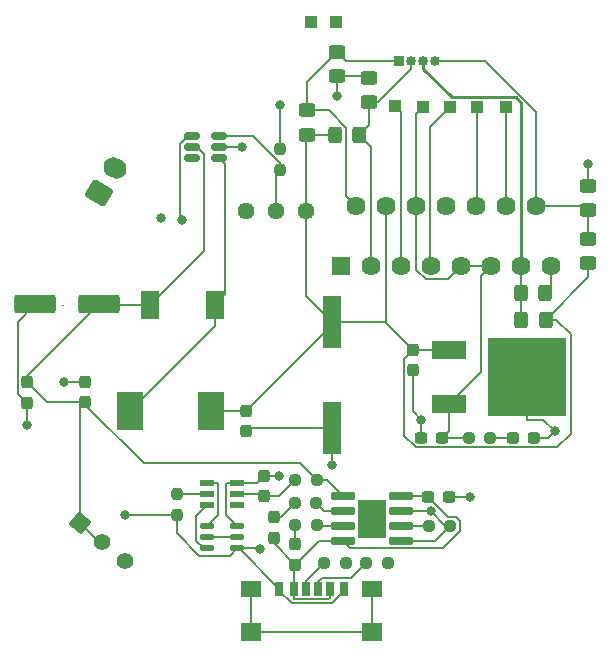
<source format=gtl>
%TF.GenerationSoftware,KiCad,Pcbnew,7.0.5-0*%
%TF.CreationDate,2024-11-24T15:49:57-05:00*%
%TF.ProjectId,PCB-diffDC,5043422d-6469-4666-9644-432e6b696361,rev?*%
%TF.SameCoordinates,Original*%
%TF.FileFunction,Copper,L1,Top*%
%TF.FilePolarity,Positive*%
%FSLAX46Y46*%
G04 Gerber Fmt 4.6, Leading zero omitted, Abs format (unit mm)*
G04 Created by KiCad (PCBNEW 7.0.5-0) date 2024-11-24 15:49:57*
%MOMM*%
%LPD*%
G01*
G04 APERTURE LIST*
G04 Aperture macros list*
%AMRoundRect*
0 Rectangle with rounded corners*
0 $1 Rounding radius*
0 $2 $3 $4 $5 $6 $7 $8 $9 X,Y pos of 4 corners*
0 Add a 4 corners polygon primitive as box body*
4,1,4,$2,$3,$4,$5,$6,$7,$8,$9,$2,$3,0*
0 Add four circle primitives for the rounded corners*
1,1,$1+$1,$2,$3*
1,1,$1+$1,$4,$5*
1,1,$1+$1,$6,$7*
1,1,$1+$1,$8,$9*
0 Add four rect primitives between the rounded corners*
20,1,$1+$1,$2,$3,$4,$5,0*
20,1,$1+$1,$4,$5,$6,$7,0*
20,1,$1+$1,$6,$7,$8,$9,0*
20,1,$1+$1,$8,$9,$2,$3,0*%
%AMHorizOval*
0 Thick line with rounded ends*
0 $1 width*
0 $2 $3 position (X,Y) of the first rounded end (center of the circle)*
0 $4 $5 position (X,Y) of the second rounded end (center of the circle)*
0 Add line between two ends*
20,1,$1,$2,$3,$4,$5,0*
0 Add two circle primitives to create the rounded ends*
1,1,$1,$2,$3*
1,1,$1,$4,$5*%
%AMRotRect*
0 Rectangle, with rotation*
0 The origin of the aperture is its center*
0 $1 length*
0 $2 width*
0 $3 Rotation angle, in degrees counterclockwise*
0 Add horizontal line*
21,1,$1,$2,0,0,$3*%
G04 Aperture macros list end*
%TA.AperFunction,SMDPad,CuDef*%
%ADD10RoundRect,0.237500X-0.237500X0.287500X-0.237500X-0.287500X0.237500X-0.287500X0.237500X0.287500X0*%
%TD*%
%TA.AperFunction,ComponentPad*%
%ADD11C,1.440000*%
%TD*%
%TA.AperFunction,SMDPad,CuDef*%
%ADD12RoundRect,0.250000X1.500000X0.550000X-1.500000X0.550000X-1.500000X-0.550000X1.500000X-0.550000X0*%
%TD*%
%TA.AperFunction,SMDPad,CuDef*%
%ADD13R,1.500000X2.400000*%
%TD*%
%TA.AperFunction,SMDPad,CuDef*%
%ADD14RoundRect,0.237500X0.287500X0.237500X-0.287500X0.237500X-0.287500X-0.237500X0.287500X-0.237500X0*%
%TD*%
%TA.AperFunction,SMDPad,CuDef*%
%ADD15RoundRect,0.150000X0.512500X0.150000X-0.512500X0.150000X-0.512500X-0.150000X0.512500X-0.150000X0*%
%TD*%
%TA.AperFunction,SMDPad,CuDef*%
%ADD16RoundRect,0.237500X-0.250000X-0.237500X0.250000X-0.237500X0.250000X0.237500X-0.250000X0.237500X0*%
%TD*%
%TA.AperFunction,SMDPad,CuDef*%
%ADD17R,1.650000X4.500000*%
%TD*%
%TA.AperFunction,SMDPad,CuDef*%
%ADD18RoundRect,0.250000X0.450000X-0.325000X0.450000X0.325000X-0.450000X0.325000X-0.450000X-0.325000X0*%
%TD*%
%TA.AperFunction,ComponentPad*%
%ADD19R,1.000000X1.000000*%
%TD*%
%TA.AperFunction,SMDPad,CuDef*%
%ADD20RoundRect,0.237500X-0.237500X0.300000X-0.237500X-0.300000X0.237500X-0.300000X0.237500X0.300000X0*%
%TD*%
%TA.AperFunction,SMDPad,CuDef*%
%ADD21R,3.000000X1.600000*%
%TD*%
%TA.AperFunction,SMDPad,CuDef*%
%ADD22R,6.700000X6.700000*%
%TD*%
%TA.AperFunction,SMDPad,CuDef*%
%ADD23RoundRect,0.237500X-0.300000X-0.237500X0.300000X-0.237500X0.300000X0.237500X-0.300000X0.237500X0*%
%TD*%
%TA.AperFunction,SMDPad,CuDef*%
%ADD24R,0.700000X1.200000*%
%TD*%
%TA.AperFunction,SMDPad,CuDef*%
%ADD25R,0.760000X1.200000*%
%TD*%
%TA.AperFunction,SMDPad,CuDef*%
%ADD26R,0.800000X1.200000*%
%TD*%
%TA.AperFunction,SMDPad,CuDef*%
%ADD27R,1.800000X1.350000*%
%TD*%
%TA.AperFunction,SMDPad,CuDef*%
%ADD28R,1.800000X1.500000*%
%TD*%
%TA.AperFunction,SMDPad,CuDef*%
%ADD29R,2.250000X3.200000*%
%TD*%
%TA.AperFunction,ComponentPad*%
%ADD30R,0.850000X0.850000*%
%TD*%
%TA.AperFunction,ComponentPad*%
%ADD31O,0.850000X0.850000*%
%TD*%
%TA.AperFunction,SMDPad,CuDef*%
%ADD32RoundRect,0.250000X-0.450000X0.325000X-0.450000X-0.325000X0.450000X-0.325000X0.450000X0.325000X0*%
%TD*%
%TA.AperFunction,SMDPad,CuDef*%
%ADD33RoundRect,0.147500X0.457500X0.147500X-0.457500X0.147500X-0.457500X-0.147500X0.457500X-0.147500X0*%
%TD*%
%TA.AperFunction,ComponentPad*%
%ADD34R,1.620000X1.620000*%
%TD*%
%TA.AperFunction,ComponentPad*%
%ADD35C,1.620000*%
%TD*%
%TA.AperFunction,ComponentPad*%
%ADD36RoundRect,0.250000X0.333853X-0.900579X0.951898X0.128022X-0.333853X0.900579X-0.951898X-0.128022X0*%
%TD*%
%TA.AperFunction,ComponentPad*%
%ADD37HorizOval,1.700000X-0.128575X0.077256X0.128575X-0.077256X0*%
%TD*%
%TA.AperFunction,SMDPad,CuDef*%
%ADD38RoundRect,0.237500X0.237500X-0.300000X0.237500X0.300000X-0.237500X0.300000X-0.237500X-0.300000X0*%
%TD*%
%TA.AperFunction,SMDPad,CuDef*%
%ADD39RoundRect,0.250000X0.325000X0.450000X-0.325000X0.450000X-0.325000X-0.450000X0.325000X-0.450000X0*%
%TD*%
%TA.AperFunction,ComponentPad*%
%ADD40RotRect,1.408000X1.408000X320.000000*%
%TD*%
%TA.AperFunction,ComponentPad*%
%ADD41C,1.408000*%
%TD*%
%TA.AperFunction,SMDPad,CuDef*%
%ADD42R,1.210000X0.590000*%
%TD*%
%TA.AperFunction,SMDPad,CuDef*%
%ADD43RoundRect,0.250000X-0.325000X-0.450000X0.325000X-0.450000X0.325000X0.450000X-0.325000X0.450000X0*%
%TD*%
%TA.AperFunction,SMDPad,CuDef*%
%ADD44RoundRect,0.237500X0.237500X-0.250000X0.237500X0.250000X-0.237500X0.250000X-0.237500X-0.250000X0*%
%TD*%
%TA.AperFunction,SMDPad,CuDef*%
%ADD45RoundRect,0.237500X0.300000X0.237500X-0.300000X0.237500X-0.300000X-0.237500X0.300000X-0.237500X0*%
%TD*%
%TA.AperFunction,SMDPad,CuDef*%
%ADD46RoundRect,0.237500X-0.237500X0.250000X-0.237500X-0.250000X0.237500X-0.250000X0.237500X0.250000X0*%
%TD*%
%TA.AperFunction,SMDPad,CuDef*%
%ADD47RoundRect,0.075000X0.910000X0.225000X-0.910000X0.225000X-0.910000X-0.225000X0.910000X-0.225000X0*%
%TD*%
%TA.AperFunction,SMDPad,CuDef*%
%ADD48R,2.413000X3.302000*%
%TD*%
%TA.AperFunction,ViaPad*%
%ADD49C,0.800000*%
%TD*%
%TA.AperFunction,Conductor*%
%ADD50C,0.200000*%
%TD*%
%TA.AperFunction,Conductor*%
%ADD51C,0.250000*%
%TD*%
%ADD52C,0.350000*%
G04 APERTURE END LIST*
D10*
%TO.P,D11,1,K*%
%TO.N,Net-(D11-K)*%
X112540000Y-81297500D03*
%TO.P,D11,2,A*%
%TO.N,Net-(D10-A)*%
X112540000Y-83047500D03*
%TD*%
%TO.P,D10,1,K*%
%TO.N,Net-(D10-K)*%
X110710000Y-79010000D03*
%TO.P,D10,2,A*%
%TO.N,Net-(D10-A)*%
X110710000Y-80760000D03*
%TD*%
D11*
%TO.P,R4,1*%
%TO.N,Boost_Out*%
X113480000Y-53100000D03*
%TO.P,R4,2*%
%TO.N,Net-(U5-FB)*%
X110940000Y-53100000D03*
%TO.P,R4,3*%
%TO.N,N/C*%
X108400000Y-53100000D03*
%TD*%
D12*
%TO.P,C4,1*%
%TO.N,Bat+*%
X95930000Y-61010000D03*
%TO.P,C4,2*%
%TO.N,GND_Arduino1*%
X90530000Y-61010000D03*
%TD*%
D13*
%TO.P,L1,1,1*%
%TO.N,Bat+*%
X100212250Y-61068500D03*
%TO.P,L1,2,2*%
%TO.N,Net-(D9-B)*%
X105712250Y-61068500D03*
%TD*%
D14*
%TO.P,D17,1,K*%
%TO.N,GND_Arduino1*%
X132725000Y-72310000D03*
%TO.P,D17,2,A*%
%TO.N,Net-(D17-A)*%
X130975000Y-72310000D03*
%TD*%
D15*
%TO.P,U5,1,SW*%
%TO.N,Net-(D9-B)*%
X106117500Y-48610000D03*
%TO.P,U5,2,GND*%
%TO.N,GND_Arduino1*%
X106117500Y-47660000D03*
%TO.P,U5,3,FB*%
%TO.N,Net-(U5-FB)*%
X106117500Y-46710000D03*
%TO.P,U5,4,EN*%
%TO.N,+5V Arduino*%
X103842500Y-46710000D03*
%TO.P,U5,5,IN*%
%TO.N,Bat+*%
X103842500Y-47660000D03*
%TO.P,U5,6,NC*%
%TO.N,unconnected-(U5-NC-Pad6)*%
X103842500Y-48610000D03*
%TD*%
D16*
%TO.P,R9,1*%
%TO.N,+5V Arduino*%
X127246250Y-72297500D03*
%TO.P,R9,2*%
%TO.N,Net-(D17-A)*%
X129071250Y-72297500D03*
%TD*%
D17*
%TO.P,C7,1*%
%TO.N,Boost_Out*%
X115678750Y-62490000D03*
%TO.P,C7,2*%
%TO.N,GND_Arduino1*%
X115678750Y-71490000D03*
%TD*%
D18*
%TO.P,D6,1,K*%
%TO.N,OUT2*%
X118818750Y-43882500D03*
%TO.P,D6,2,A*%
%TO.N,GND_Arduino1*%
X118818750Y-41832500D03*
%TD*%
%TO.P,D2,1,K*%
%TO.N,OUT4*%
X137348750Y-52992500D03*
%TO.P,D2,2,A*%
%TO.N,GND_Arduino1*%
X137348750Y-50942500D03*
%TD*%
D19*
%TO.P,J10,1,Pin_1*%
%TO.N,GND_Arduino1*%
X116030000Y-37070000D03*
%TD*%
D16*
%TO.P,R2,1*%
%TO.N,Net-(J9-CC2)*%
X118546250Y-82920000D03*
%TO.P,R2,2*%
%TO.N,GND_Arduino1*%
X120371250Y-82920000D03*
%TD*%
D20*
%TO.P,C9,1*%
%TO.N,Bat+*%
X89842250Y-67603500D03*
%TO.P,C9,2*%
%TO.N,GND_Arduino1*%
X89842250Y-69328500D03*
%TD*%
D19*
%TO.P,J6,1,Pin_1*%
%TO.N,A1*%
X125638750Y-44300000D03*
%TD*%
D16*
%TO.P,R1,1*%
%TO.N,Net-(J9-CC1)*%
X114986250Y-82890000D03*
%TO.P,R1,2*%
%TO.N,GND_Arduino1*%
X116811250Y-82890000D03*
%TD*%
D21*
%TO.P,U2,1,IN*%
%TO.N,Boost_Out*%
X125558750Y-64867500D03*
D22*
%TO.P,U2,2,GND*%
%TO.N,GND_Arduino1*%
X132208750Y-67167500D03*
D21*
%TO.P,U2,3,OUT*%
%TO.N,+5V Arduino*%
X125558750Y-69467500D03*
%TD*%
D23*
%TO.P,C8,1*%
%TO.N,Net-(D10-A)*%
X123806250Y-77290000D03*
%TO.P,C8,2*%
%TO.N,GND_Arduino1*%
X125531250Y-77290000D03*
%TD*%
D24*
%TO.P,J9,A5,CC1*%
%TO.N,Net-(J9-CC1)*%
X113442250Y-85066000D03*
D25*
%TO.P,J9,A9,VBUS*%
%TO.N,Net-(D10-A)*%
X115462250Y-85066000D03*
D26*
%TO.P,J9,A12,GND*%
%TO.N,GND_Arduino1*%
X116692250Y-85066000D03*
D24*
%TO.P,J9,B5,CC2*%
%TO.N,Net-(J9-CC2)*%
X114442250Y-85066000D03*
D25*
%TO.P,J9,B9,VBUS*%
%TO.N,Net-(D10-A)*%
X112422250Y-85066000D03*
D26*
%TO.P,J9,B12,GND*%
%TO.N,GND_Arduino1*%
X111192250Y-85066000D03*
D27*
%TO.P,J9,S1,SHIELD*%
%TO.N,unconnected-(J9-SHIELD-PadS1)*%
X108817250Y-85121000D03*
D28*
X108817250Y-88701000D03*
D27*
X119067250Y-85121000D03*
D28*
X119067250Y-88701000D03*
%TD*%
D19*
%TO.P,J3,1,Pin_1*%
%TO.N,+5V Arduino*%
X123378750Y-44270000D03*
%TD*%
D16*
%TO.P,R8,1*%
%TO.N,Net-(U4-VCC)*%
X112531250Y-75895000D03*
%TO.P,R8,2*%
%TO.N,Bat+*%
X114356250Y-75895000D03*
%TD*%
D29*
%TO.P,D9,1,A*%
%TO.N,Boost_Out*%
X105452250Y-69998500D03*
%TO.P,D9,2,B*%
%TO.N,Net-(D9-B)*%
X98552250Y-69998500D03*
%TD*%
D30*
%TO.P,J2,1,Pin_1*%
%TO.N,OUT1*%
X121367250Y-40433500D03*
D31*
%TO.P,J2,2,Pin_2*%
%TO.N,OUT2*%
X122367250Y-40433500D03*
%TO.P,J2,3,Pin_3*%
%TO.N,OUT3*%
X123367250Y-40433500D03*
%TO.P,J2,4,Pin_4*%
%TO.N,OUT4*%
X124367250Y-40433500D03*
%TD*%
D32*
%TO.P,D8,1,K*%
%TO.N,OUT1*%
X116068750Y-39657500D03*
%TO.P,D8,2,A*%
%TO.N,GND_Arduino1*%
X116068750Y-41707500D03*
%TD*%
D20*
%TO.P,C2,1*%
%TO.N,Boost_Out*%
X122518750Y-64847500D03*
%TO.P,C2,2*%
%TO.N,GND_Arduino1*%
X122518750Y-66572500D03*
%TD*%
D33*
%TO.P,Q2,1*%
%TO.N,GND_Arduino1*%
X107588750Y-81670000D03*
%TO.P,Q2,2*%
%TO.N,Net-(Q2-Pad2)*%
X107588750Y-80720000D03*
%TO.P,Q2,3*%
%TO.N,Batt-*%
X107588750Y-79770000D03*
%TO.P,Q2,4*%
%TO.N,Net-(U4-OD)*%
X105078750Y-79770000D03*
%TO.P,Q2,5*%
%TO.N,Net-(Q2-Pad2)*%
X105078750Y-80720000D03*
%TO.P,Q2,6*%
%TO.N,Net-(U4-OC)*%
X105078750Y-81670000D03*
%TD*%
D34*
%TO.P,U1,1,SENSE_A*%
%TO.N,GND_Arduino1*%
X116418750Y-57770000D03*
D35*
%TO.P,U1,2,OUT1*%
%TO.N,OUT1*%
X117688750Y-52690000D03*
%TO.P,U1,3,OUT2*%
%TO.N,OUT2*%
X118958750Y-57770000D03*
%TO.P,U1,4,Vs*%
%TO.N,Boost_Out*%
X120228750Y-52690000D03*
%TO.P,U1,5,IN1*%
%TO.N,A0*%
X121498750Y-57770000D03*
%TO.P,U1,6,EnA*%
%TO.N,+5V Arduino*%
X122768750Y-52690000D03*
%TO.P,U1,7,IN2*%
%TO.N,A1*%
X124038750Y-57770000D03*
%TO.P,U1,8,GND*%
%TO.N,GND_Arduino1*%
X125308750Y-52690000D03*
%TO.P,U1,9,Vss*%
%TO.N,+5V Arduino*%
X126578750Y-57770000D03*
%TO.P,U1,10,IN3*%
%TO.N,A2*%
X127848750Y-52690000D03*
%TO.P,U1,11,EnB*%
%TO.N,+5V Arduino*%
X129118750Y-57770000D03*
%TO.P,U1,12,IN4*%
%TO.N,A3*%
X130388750Y-52690000D03*
%TO.P,U1,13,OUT3*%
%TO.N,OUT3*%
X131658750Y-57770000D03*
%TO.P,U1,14,OUT4*%
%TO.N,OUT4*%
X132928750Y-52690000D03*
%TO.P,U1,15,SENSE_B*%
%TO.N,GND_Arduino1*%
X134198750Y-57770000D03*
%TD*%
D36*
%TO.P,J4,1,Pin_1*%
%TO.N,Batt-*%
X95964838Y-51610558D03*
D37*
%TO.P,J4,2,Pin_2*%
%TO.N,Net-(J4-Pin_2)*%
X97252433Y-49467640D03*
%TD*%
D19*
%TO.P,J11,1,Pin_1*%
%TO.N,GND_Arduino1*%
X113840000Y-37060000D03*
%TD*%
D16*
%TO.P,R_PROG1,1*%
%TO.N,Net-(U3-PROG)*%
X123861250Y-79775000D03*
%TO.P,R_PROG1,2*%
%TO.N,GND_Arduino1*%
X125686250Y-79775000D03*
%TD*%
D38*
%TO.P,C5,1*%
%TO.N,Bat+*%
X94752250Y-69267000D03*
%TO.P,C5,2*%
%TO.N,GND_Arduino1*%
X94752250Y-67542000D03*
%TD*%
D39*
%TO.P,D3,1,K*%
%TO.N,Boost_Out*%
X133741250Y-62300000D03*
%TO.P,D3,2,A*%
%TO.N,OUT3*%
X131691250Y-62300000D03*
%TD*%
D19*
%TO.P,J8,1,Pin_1*%
%TO.N,A3*%
X130368750Y-44300000D03*
%TD*%
D40*
%TO.P,SW1,1,A*%
%TO.N,Bat+*%
X94287139Y-79541531D03*
D41*
%TO.P,SW1,2,B*%
X96202250Y-81148500D03*
%TO.P,SW1,3,C*%
%TO.N,Net-(J4-Pin_2)*%
X98117361Y-82755469D03*
%TD*%
D42*
%TO.P,U4,1,OD*%
%TO.N,Net-(U4-OD)*%
X105088750Y-76090000D03*
%TO.P,U4,2,CS*%
%TO.N,Net-(U4-CS)*%
X105088750Y-77040000D03*
%TO.P,U4,3,OC*%
%TO.N,Net-(U4-OC)*%
X105088750Y-77990000D03*
%TO.P,U4,4,TD*%
%TO.N,unconnected-(U4-TD-Pad4)*%
X107598750Y-77990000D03*
%TO.P,U4,5,VCC*%
%TO.N,Net-(U4-VCC)*%
X107598750Y-77040000D03*
%TO.P,U4,6,GND*%
%TO.N,Batt-*%
X107598750Y-76090000D03*
%TD*%
D18*
%TO.P,D7,1,K*%
%TO.N,Boost_Out*%
X113558750Y-46632500D03*
%TO.P,D7,2,A*%
%TO.N,OUT1*%
X113558750Y-44582500D03*
%TD*%
D43*
%TO.P,D4,1,K*%
%TO.N,OUT3*%
X131676250Y-60080000D03*
%TO.P,D4,2,A*%
%TO.N,GND_Arduino1*%
X133726250Y-60080000D03*
%TD*%
D16*
%TO.P,R5,1*%
%TO.N,Net-(D10-K)*%
X112516250Y-77860000D03*
%TO.P,R5,2*%
%TO.N,Hold*%
X114341250Y-77860000D03*
%TD*%
D44*
%TO.P,R3,1*%
%TO.N,Net-(U5-FB)*%
X111292250Y-49643500D03*
%TO.P,R3,2*%
%TO.N,GND_Arduino1*%
X111292250Y-47818500D03*
%TD*%
D18*
%TO.P,D1,1,K*%
%TO.N,Boost_Out*%
X137348750Y-57522500D03*
%TO.P,D1,2,A*%
%TO.N,OUT4*%
X137348750Y-55472500D03*
%TD*%
D45*
%TO.P,C1,1*%
%TO.N,+5V Arduino*%
X124951250Y-72297500D03*
%TO.P,C1,2*%
%TO.N,GND_Arduino1*%
X123226250Y-72297500D03*
%TD*%
D20*
%TO.P,C6,1*%
%TO.N,Boost_Out*%
X108388750Y-70037500D03*
%TO.P,C6,2*%
%TO.N,GND_Arduino1*%
X108388750Y-71762500D03*
%TD*%
D16*
%TO.P,R6,1*%
%TO.N,Net-(D11-K)*%
X112533750Y-79650000D03*
%TO.P,R6,2*%
%TO.N,Charge*%
X114358750Y-79650000D03*
%TD*%
D46*
%TO.P,R7,1*%
%TO.N,Net-(U4-CS)*%
X102503750Y-77017500D03*
%TO.P,R7,2*%
%TO.N,GND_Arduino1*%
X102503750Y-78842500D03*
%TD*%
D19*
%TO.P,J7,1,Pin_1*%
%TO.N,A2*%
X127928750Y-44300000D03*
%TD*%
D38*
%TO.P,C10,1*%
%TO.N,Net-(U4-VCC)*%
X109858750Y-77252500D03*
%TO.P,C10,2*%
%TO.N,Batt-*%
X109858750Y-75527500D03*
%TD*%
D47*
%TO.P,U3,1,TEMP*%
%TO.N,GND_Arduino1*%
X121498750Y-81060000D03*
%TO.P,U3,2,PROG*%
%TO.N,Net-(U3-PROG)*%
X121498750Y-79790000D03*
%TO.P,U3,3,GND*%
%TO.N,GND_Arduino1*%
X121498750Y-78520000D03*
%TO.P,U3,4,VCC*%
%TO.N,Net-(D10-A)*%
X121498750Y-77250000D03*
%TO.P,U3,5,BAT*%
%TO.N,Bat+*%
X116548750Y-77250000D03*
%TO.P,U3,6,~{STDBY}*%
%TO.N,Hold*%
X116548750Y-78520000D03*
%TO.P,U3,7,~{CHRG}*%
%TO.N,Charge*%
X116548750Y-79790000D03*
%TO.P,U3,8,CE*%
%TO.N,Net-(D10-A)*%
X116548750Y-81060000D03*
D48*
%TO.P,U3,9,EP*%
%TO.N,GND_Arduino1*%
X119023750Y-79155000D03*
%TD*%
D43*
%TO.P,D5,1,K*%
%TO.N,Boost_Out*%
X115896250Y-46650000D03*
%TO.P,D5,2,A*%
%TO.N,OUT2*%
X117946250Y-46650000D03*
%TD*%
D19*
%TO.P,J5,1,Pin_1*%
%TO.N,A0*%
X120998750Y-44240000D03*
%TD*%
D49*
%TO.N,GND_Arduino1*%
X108040000Y-47660000D03*
%TO.N,Batt-*%
X111188750Y-75560000D03*
%TO.N,GND_Arduino1*%
X101218750Y-53700000D03*
X89838750Y-71200000D03*
X116068750Y-43380000D03*
X120388750Y-82910000D03*
X111258750Y-44100000D03*
X92998750Y-67560000D03*
X123998750Y-78530000D03*
X98138750Y-78850000D03*
X109528750Y-81680000D03*
X127338750Y-77300000D03*
X137368750Y-49080000D03*
X116798750Y-82900000D03*
X123218750Y-70770000D03*
X134510000Y-71750000D03*
X115678750Y-74620000D03*
%TO.N,+5V Arduino*%
X102948750Y-53880000D03*
%TD*%
D50*
%TO.N,Net-(D10-A)*%
X112540000Y-83047500D02*
X112422250Y-83165250D01*
X112422250Y-83165250D02*
X112422250Y-85066000D01*
X110710000Y-80760000D02*
X110710000Y-81217500D01*
X110710000Y-81217500D02*
X112540000Y-83047500D01*
X112540000Y-83047500D02*
X114527500Y-81060000D01*
X114527500Y-81060000D02*
X116548750Y-81060000D01*
%TO.N,Net-(D11-K)*%
X112540000Y-81297500D02*
X112540000Y-79656250D01*
X112540000Y-79656250D02*
X112533750Y-79650000D01*
%TO.N,Net-(D10-K)*%
X110710000Y-79010000D02*
X111366250Y-79010000D01*
X111366250Y-79010000D02*
X112516250Y-77860000D01*
%TO.N,Boost_Out*%
X113480000Y-53100000D02*
X113480000Y-46711250D01*
X113480000Y-46711250D02*
X113558750Y-46632500D01*
X113480000Y-53100000D02*
X113480000Y-60291250D01*
X113480000Y-60291250D02*
X115678750Y-62490000D01*
%TO.N,Net-(U5-FB)*%
X110940000Y-53100000D02*
X110940000Y-49995750D01*
X110940000Y-49995750D02*
X111292250Y-49643500D01*
%TO.N,Net-(D17-A)*%
X130975000Y-72310000D02*
X129083750Y-72310000D01*
X129083750Y-72310000D02*
X129071250Y-72297500D01*
%TO.N,Bat+*%
X95930000Y-61010000D02*
X95988500Y-61068500D01*
X95988500Y-61068500D02*
X100212250Y-61068500D01*
%TO.N,GND_Arduino1*%
X90530000Y-61010000D02*
X89067250Y-62472750D01*
X89067250Y-62472750D02*
X89067250Y-68553500D01*
X89067250Y-68553500D02*
X89842250Y-69328500D01*
%TO.N,Bat+*%
X89842250Y-67603500D02*
X89842250Y-67097750D01*
X89842250Y-67097750D02*
X95930000Y-61010000D01*
%TO.N,GND_Arduino1*%
X132208750Y-70780000D02*
X133540000Y-70780000D01*
X133540000Y-70780000D02*
X134510000Y-71750000D01*
X132725000Y-72310000D02*
X133950000Y-72310000D01*
X133950000Y-72310000D02*
X134510000Y-71750000D01*
%TO.N,Bat+*%
X100212250Y-61068500D02*
X104795698Y-56485052D01*
X104795698Y-56485052D02*
X104795698Y-48955698D01*
X104795698Y-48955698D02*
X104805000Y-48946396D01*
X104805000Y-48946396D02*
X104805000Y-48273604D01*
X104805000Y-48273604D02*
X104191396Y-47660000D01*
X104191396Y-47660000D02*
X103842500Y-47660000D01*
%TO.N,Net-(D9-B)*%
X105712250Y-61068500D02*
X106639250Y-60141500D01*
X106639250Y-60141500D02*
X106639250Y-49131750D01*
X106639250Y-49131750D02*
X106117500Y-48610000D01*
X105712250Y-61068500D02*
X105712250Y-62838500D01*
X105712250Y-62838500D02*
X98552250Y-69998500D01*
%TO.N,GND_Arduino1*%
X106117500Y-47660000D02*
X108040000Y-47660000D01*
%TO.N,Net-(U5-FB)*%
X106117500Y-46710000D02*
X108936110Y-46710000D01*
X111292250Y-49066140D02*
X111292250Y-49643500D01*
X108936110Y-46710000D02*
X111292250Y-49066140D01*
%TO.N,+5V Arduino*%
X103842500Y-46710000D02*
X103493604Y-46710000D01*
X103493604Y-46710000D02*
X102810000Y-47393604D01*
X102810000Y-47393604D02*
X102810000Y-53741250D01*
X102810000Y-53741250D02*
X102948750Y-53880000D01*
%TO.N,GND_Arduino1*%
X98146250Y-78842500D02*
X98138750Y-78850000D01*
X120371250Y-82920000D02*
X120378750Y-82920000D01*
X125686250Y-79775000D02*
X125243750Y-79775000D01*
X120378750Y-82920000D02*
X120388750Y-82910000D01*
X133726250Y-60080000D02*
X134198750Y-59607500D01*
X116068750Y-41707500D02*
X116068750Y-43380000D01*
X107588750Y-81670000D02*
X106993750Y-82265000D01*
X116068750Y-41707500D02*
X118693750Y-41707500D01*
X107588750Y-81670000D02*
X107796250Y-81670000D01*
X137348750Y-50942500D02*
X137348750Y-49100000D01*
X109518750Y-81670000D02*
X109528750Y-81680000D01*
%TO.N,+5V Arduino*%
X129118750Y-57770000D02*
X128308751Y-58579999D01*
X122768750Y-44880000D02*
X123378750Y-44270000D01*
%TO.N,GND_Arduino1*%
X116692250Y-85066000D02*
X116692250Y-85266000D01*
X116811250Y-82890000D02*
X116808750Y-82890000D01*
D51*
X133567250Y-57568500D02*
X133564750Y-57571000D01*
X133554750Y-57561000D02*
X133564750Y-57571000D01*
D50*
X122518750Y-66572500D02*
X122518750Y-70070000D01*
X111192250Y-85266000D02*
X111192250Y-85066000D01*
X102503750Y-78842500D02*
X98146250Y-78842500D01*
X123226250Y-72297500D02*
X123226250Y-70777500D01*
X104435889Y-82265000D02*
X102503750Y-80332861D01*
%TO.N,+5V Arduino*%
X122768750Y-52690000D02*
X122768750Y-58069778D01*
%TO.N,GND_Arduino1*%
X108661250Y-71490000D02*
X115678750Y-71490000D01*
X94752250Y-67542000D02*
X93016750Y-67542000D01*
X89842250Y-71196500D02*
X89838750Y-71200000D01*
%TO.N,+5V Arduino*%
X125458750Y-58890000D02*
X126578750Y-57770000D01*
%TO.N,GND_Arduino1*%
X115678750Y-71490000D02*
X115678750Y-74620000D01*
X89842250Y-69328500D02*
X89842250Y-71196500D01*
X127328750Y-77290000D02*
X127338750Y-77300000D01*
X115651250Y-86307000D02*
X112233250Y-86307000D01*
%TO.N,+5V Arduino*%
X102912250Y-53843500D02*
X102948750Y-53880000D01*
%TO.N,GND_Arduino1*%
X93016750Y-67542000D02*
X92998750Y-67560000D01*
X124401250Y-81060000D02*
X121498750Y-81060000D01*
X107588750Y-81670000D02*
X109518750Y-81670000D01*
%TO.N,+5V Arduino*%
X122768750Y-52690000D02*
X122768750Y-44880000D01*
X128308751Y-66717499D02*
X125558750Y-69467500D01*
%TO.N,GND_Arduino1*%
X123988750Y-78520000D02*
X123998750Y-78530000D01*
X102503750Y-80332861D02*
X102503750Y-78842500D01*
%TO.N,+5V Arduino*%
X124951250Y-72297500D02*
X125558750Y-71690000D01*
%TO.N,GND_Arduino1*%
X111292250Y-47818500D02*
X111292250Y-44133500D01*
X121498750Y-78520000D02*
X123988750Y-78520000D01*
%TO.N,+5V Arduino*%
X123588972Y-58890000D02*
X125458750Y-58890000D01*
%TO.N,GND_Arduino1*%
X123226250Y-70777500D02*
X123218750Y-70770000D01*
X132208750Y-67167500D02*
X132208750Y-70780000D01*
%TO.N,+5V Arduino*%
X102912250Y-53785250D02*
X102912250Y-53843500D01*
%TO.N,GND_Arduino1*%
X107796250Y-81670000D02*
X111192250Y-85066000D01*
X122518750Y-70070000D02*
X123218750Y-70770000D01*
X112233250Y-86307000D02*
X111192250Y-85266000D01*
%TO.N,+5V Arduino*%
X128308751Y-58579999D02*
X128308751Y-66717499D01*
%TO.N,GND_Arduino1*%
X125531250Y-77290000D02*
X127328750Y-77290000D01*
X118693750Y-41707500D02*
X118818750Y-41832500D01*
%TO.N,+5V Arduino*%
X125558750Y-71690000D02*
X125558750Y-69467500D01*
%TO.N,GND_Arduino1*%
X125686250Y-79775000D02*
X124401250Y-81060000D01*
%TO.N,+5V Arduino*%
X127246250Y-72297500D02*
X124951250Y-72297500D01*
%TO.N,GND_Arduino1*%
X106993750Y-82265000D02*
X104435889Y-82265000D01*
X116808750Y-82890000D02*
X116798750Y-82900000D01*
X108388750Y-71762500D02*
X108661250Y-71490000D01*
%TO.N,+5V Arduino*%
X122768750Y-58069778D02*
X123588972Y-58890000D01*
%TO.N,GND_Arduino1*%
X111292250Y-44133500D02*
X111258750Y-44100000D01*
X137348750Y-49100000D02*
X137368750Y-49080000D01*
%TO.N,+5V Arduino*%
X126578750Y-57770000D02*
X129118750Y-57770000D01*
%TO.N,GND_Arduino1*%
X125243750Y-79775000D02*
X123998750Y-78530000D01*
X116692250Y-85266000D02*
X115651250Y-86307000D01*
X134198750Y-59607500D02*
X134198750Y-57770000D01*
%TO.N,Net-(U3-PROG)*%
X121498750Y-79790000D02*
X123846250Y-79790000D01*
X123846250Y-79790000D02*
X123861250Y-79775000D01*
%TO.N,Net-(U4-CS)*%
X102526250Y-77040000D02*
X105088750Y-77040000D01*
X102503750Y-77017500D02*
X102526250Y-77040000D01*
%TO.N,Charge*%
X114498750Y-79790000D02*
X114358750Y-79650000D01*
X116548750Y-79790000D02*
X114498750Y-79790000D01*
%TO.N,Hold*%
X116548750Y-78520000D02*
X115001250Y-78520000D01*
X115001250Y-78520000D02*
X114341250Y-77860000D01*
%TO.N,Net-(U4-OC)*%
X104158750Y-81037861D02*
X104158750Y-78920000D01*
X104158750Y-78920000D02*
X105088750Y-77990000D01*
X105078750Y-81670000D02*
X104790889Y-81670000D01*
X104790889Y-81670000D02*
X104158750Y-81037861D01*
%TO.N,Net-(U4-OD)*%
X105993750Y-76190000D02*
X105893750Y-76090000D01*
X105078750Y-79770000D02*
X105993750Y-78855000D01*
X105893750Y-76090000D02*
X105088750Y-76090000D01*
X105993750Y-78855000D02*
X105993750Y-76190000D01*
%TO.N,Net-(Q2-Pad2)*%
X105078750Y-80720000D02*
X107588750Y-80720000D01*
%TO.N,Net-(D9-B)*%
X98552250Y-69998500D02*
X98972250Y-69998500D01*
%TO.N,unconnected-(J9-SHIELD-PadS1)*%
X108817250Y-88701000D02*
X119067250Y-88701000D01*
X108817250Y-85121000D02*
X108817250Y-88701000D01*
X119067250Y-85121000D02*
X119067250Y-88701000D01*
%TO.N,Net-(J9-CC2)*%
X114782250Y-84166000D02*
X114442250Y-84506000D01*
X117300250Y-84166000D02*
X114782250Y-84166000D01*
X118546250Y-82920000D02*
X117300250Y-84166000D01*
X114442250Y-84506000D02*
X114442250Y-85066000D01*
%TO.N,Net-(J9-CC1)*%
X114986250Y-82890000D02*
X113442250Y-84434000D01*
X113442250Y-84434000D02*
X113442250Y-85066000D01*
%TO.N,Net-(D10-A)*%
X125038890Y-81670000D02*
X117158750Y-81670000D01*
X115348250Y-85980000D02*
X112488750Y-85980000D01*
X125516250Y-79000000D02*
X126158890Y-79000000D01*
X115462250Y-85066000D02*
X115462250Y-85866000D01*
X121498750Y-77250000D02*
X123766250Y-77250000D01*
X112488750Y-85980000D02*
X112422250Y-85913500D01*
X123806250Y-77290000D02*
X125516250Y-79000000D01*
X115462250Y-85866000D02*
X115348250Y-85980000D01*
X117158750Y-81670000D02*
X116548750Y-81060000D01*
X126528750Y-80180140D02*
X125038890Y-81670000D01*
X123766250Y-77250000D02*
X123806250Y-77290000D01*
X126158890Y-79000000D02*
X126528750Y-79369860D01*
X112422250Y-85913500D02*
X112422250Y-85066000D01*
X126528750Y-79369860D02*
X126528750Y-80180140D01*
%TO.N,OUT1*%
X113558750Y-44582500D02*
X113558750Y-42167500D01*
X113558750Y-44582500D02*
X115381567Y-44582500D01*
X116828750Y-51830000D02*
X117688750Y-52690000D01*
X115381567Y-44582500D02*
X116828750Y-46029683D01*
X116844750Y-40433500D02*
X121367250Y-40433500D01*
X116828750Y-46029683D02*
X116828750Y-51830000D01*
X116068750Y-39657500D02*
X116844750Y-40433500D01*
X113558750Y-42167500D02*
X116068750Y-39657500D01*
%TO.N,OUT2*%
X118958750Y-47662500D02*
X117946250Y-46650000D01*
X118958750Y-57770000D02*
X118958750Y-47662500D01*
X117946250Y-46650000D02*
X118818750Y-45777500D01*
X118818750Y-43882500D02*
X119519290Y-43882500D01*
X118818750Y-45777500D02*
X118818750Y-43882500D01*
X122367250Y-41034540D02*
X122367250Y-40433500D01*
X119519290Y-43882500D02*
X122367250Y-41034540D01*
%TO.N,OUT3*%
X131676250Y-60080000D02*
X131658750Y-60062500D01*
D51*
X131193750Y-43475000D02*
X131658750Y-43940000D01*
X123367250Y-40433500D02*
X123367250Y-41034540D01*
D50*
X131658750Y-60062500D02*
X131658750Y-57770000D01*
D51*
X123367250Y-41034540D02*
X125807710Y-43475000D01*
D50*
%TO.N,Bat+*%
X95894108Y-81148500D02*
X96202250Y-81148500D01*
X94287139Y-79541531D02*
X95894108Y-81148500D01*
D51*
%TO.N,OUT3*%
X125807710Y-43475000D02*
X131193750Y-43475000D01*
D50*
%TO.N,Bat+*%
X94752250Y-69523500D02*
X99703750Y-74475000D01*
%TO.N,A3*%
X130368750Y-44300000D02*
X130368750Y-52670000D01*
%TO.N,Boost_Out*%
X108388750Y-70037500D02*
X115678750Y-62747500D01*
X120228750Y-62422500D02*
X120161250Y-62490000D01*
%TO.N,A1*%
X123918750Y-46020000D02*
X123918750Y-57650000D01*
%TO.N,A0*%
X120998750Y-44240000D02*
X121498750Y-44740000D01*
%TO.N,Boost_Out*%
X133741250Y-62300000D02*
X134641250Y-62300000D01*
X121740000Y-65626250D02*
X122518750Y-64847500D01*
%TO.N,OUT3*%
X131676250Y-60080000D02*
X131676250Y-62285000D01*
%TO.N,Boost_Out*%
X113576250Y-46650000D02*
X113558750Y-46632500D01*
%TO.N,A2*%
X127928750Y-52610000D02*
X127848750Y-52690000D01*
%TO.N,A1*%
X125638750Y-44300000D02*
X123918750Y-46020000D01*
%TO.N,Bat+*%
X94752250Y-69267000D02*
X91505750Y-69267000D01*
X94752250Y-69267000D02*
X94752250Y-69523500D01*
%TO.N,Boost_Out*%
X122538750Y-64867500D02*
X125558750Y-64867500D01*
X115896250Y-46650000D02*
X113576250Y-46650000D01*
X105452250Y-69998500D02*
X108349750Y-69998500D01*
X122518750Y-64847500D02*
X122538750Y-64867500D01*
%TO.N,A0*%
X121498750Y-44740000D02*
X121498750Y-57770000D01*
%TO.N,Boost_Out*%
X134641250Y-62300000D02*
X135858750Y-63517500D01*
%TO.N,Net-(U4-VCC)*%
X111173750Y-77252500D02*
X112531250Y-75895000D01*
%TO.N,A1*%
X123918750Y-57650000D02*
X124038750Y-57770000D01*
%TO.N,Bat+*%
X112936250Y-74475000D02*
X114356250Y-75895000D01*
X92848750Y-61080000D02*
X92870250Y-61058500D01*
%TO.N,Boost_Out*%
X122741110Y-73110000D02*
X121740000Y-72108890D01*
X135858750Y-71970000D02*
X134718750Y-73110000D01*
X115678750Y-62490000D02*
X115678750Y-62290000D01*
%TO.N,A3*%
X130368750Y-52670000D02*
X130388750Y-52690000D01*
%TO.N,Bat+*%
X94287139Y-69732111D02*
X94287139Y-79541531D01*
%TO.N,A2*%
X127928750Y-44300000D02*
X127928750Y-52610000D01*
%TO.N,Boost_Out*%
X137348750Y-58692500D02*
X137348750Y-57522500D01*
%TO.N,OUT3*%
X131676250Y-62285000D02*
X131691250Y-62300000D01*
%TO.N,Net-(U4-VCC)*%
X107598750Y-77040000D02*
X109646250Y-77040000D01*
%TO.N,Boost_Out*%
X133741250Y-62300000D02*
X137348750Y-58692500D01*
X122518750Y-64847500D02*
X120161250Y-62490000D01*
X115678750Y-62747500D02*
X115678750Y-62490000D01*
X120228750Y-52690000D02*
X120228750Y-62422500D01*
%TO.N,Net-(U4-VCC)*%
X109646250Y-77040000D02*
X109858750Y-77252500D01*
%TO.N,Boost_Out*%
X134718750Y-73110000D02*
X122741110Y-73110000D01*
X121740000Y-72108890D02*
X121740000Y-65626250D01*
X135858750Y-63517500D02*
X135858750Y-71970000D01*
%TO.N,Bat+*%
X94752250Y-69267000D02*
X94287139Y-69732111D01*
%TO.N,OUT4*%
X137348750Y-52992500D02*
X137348750Y-55472500D01*
%TO.N,Batt-*%
X106793750Y-76090000D02*
X106678750Y-76205000D01*
%TO.N,Net-(U4-VCC)*%
X109858750Y-77252500D02*
X111173750Y-77252500D01*
%TO.N,Batt-*%
X107598750Y-76090000D02*
X106793750Y-76090000D01*
X109296250Y-76090000D02*
X109858750Y-75527500D01*
D51*
%TO.N,OUT3*%
X131658750Y-43940000D02*
X131658750Y-57770000D01*
D50*
%TO.N,Batt-*%
X111156250Y-75527500D02*
X111188750Y-75560000D01*
%TO.N,OUT4*%
X137348750Y-52992500D02*
X137046250Y-52690000D01*
X124367250Y-40433500D02*
X128650053Y-40433500D01*
%TO.N,Batt-*%
X109858750Y-75527500D02*
X111156250Y-75527500D01*
%TO.N,OUT4*%
X137046250Y-52690000D02*
X132928750Y-52690000D01*
X132928750Y-44712197D02*
X132928750Y-52690000D01*
%TO.N,Batt-*%
X107598750Y-76090000D02*
X109296250Y-76090000D01*
X106678750Y-76205000D02*
X106678750Y-78860000D01*
X106678750Y-78860000D02*
X107588750Y-79770000D01*
%TO.N,Bat+*%
X115193750Y-75895000D02*
X116548750Y-77250000D01*
X99703750Y-74475000D02*
X112936250Y-74475000D01*
%TO.N,Boost_Out*%
X108349750Y-69998500D02*
X108388750Y-70037500D01*
%TO.N,Bat+*%
X114356250Y-75895000D02*
X115193750Y-75895000D01*
%TO.N,Boost_Out*%
X120161250Y-62490000D02*
X115678750Y-62490000D01*
%TO.N,OUT4*%
X128650053Y-40433500D02*
X132928750Y-44712197D01*
%TO.N,Bat+*%
X91505750Y-69267000D02*
X89842250Y-67603500D01*
%TD*%
D52*
X108040000Y-47660000D03*
X111188750Y-75560000D03*
X101218750Y-53700000D03*
X89838750Y-71200000D03*
X116068750Y-43380000D03*
X120388750Y-82910000D03*
X111258750Y-44100000D03*
X92998750Y-67560000D03*
X123998750Y-78530000D03*
X98138750Y-78850000D03*
X109528750Y-81680000D03*
X127338750Y-77300000D03*
X137368750Y-49080000D03*
X116798750Y-82900000D03*
X123218750Y-70770000D03*
X134510000Y-71750000D03*
X115678750Y-74620000D03*
X102948750Y-53880000D03*
X113480000Y-53100000D03*
X110940000Y-53100000D03*
X108400000Y-53100000D03*
X116030000Y-37070000D03*
X125638750Y-44300000D03*
X123378750Y-44270000D03*
X121367250Y-40433500D03*
X122367250Y-40433500D03*
X123367250Y-40433500D03*
X124367250Y-40433500D03*
X116418750Y-57770000D03*
X117688750Y-52690000D03*
X118958750Y-57770000D03*
X120228750Y-52690000D03*
X121498750Y-57770000D03*
X122768750Y-52690000D03*
X124038750Y-57770000D03*
X125308750Y-52690000D03*
X126578750Y-57770000D03*
X127848750Y-52690000D03*
X129118750Y-57770000D03*
X130388750Y-52690000D03*
X131658750Y-57770000D03*
X132928750Y-52690000D03*
X134198750Y-57770000D03*
X95964838Y-51610558D03*
X97252433Y-49467640D03*
X113840000Y-37060000D03*
X130368750Y-44300000D03*
X94287139Y-79541531D03*
X96202250Y-81148500D03*
X98117361Y-82755469D03*
X127928750Y-44300000D03*
X120998750Y-44240000D03*
M02*

</source>
